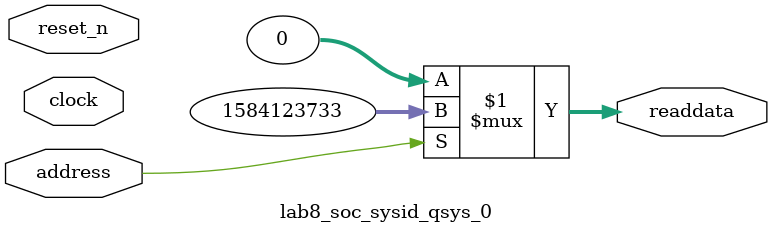
<source format=v>



// synthesis translate_off
`timescale 1ns / 1ps
// synthesis translate_on

// turn off superfluous verilog processor warnings 
// altera message_level Level1 
// altera message_off 10034 10035 10036 10037 10230 10240 10030 

module lab8_soc_sysid_qsys_0 (
               // inputs:
                address,
                clock,
                reset_n,

               // outputs:
                readdata
             )
;

  output  [ 31: 0] readdata;
  input            address;
  input            clock;
  input            reset_n;

  wire    [ 31: 0] readdata;
  //control_slave, which is an e_avalon_slave
  assign readdata = address ? 1584123733 : 0;

endmodule



</source>
